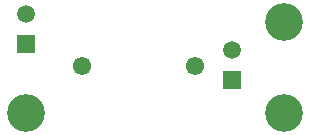
<source format=gbl>
G04 Layer_Physical_Order=2*
G04 Layer_Color=16711680*
%FSAX25Y25*%
%MOIN*%
G70*
G01*
G75*
%ADD10C,0.12598*%
%ADD11R,0.05906X0.05906*%
%ADD12C,0.05906*%
%ADD13C,0.06102*%
D10*
X0289854Y0273248D02*
D03*
X0375878D02*
D03*
Y0303563D02*
D03*
D11*
X0358555Y0284311D02*
D03*
X0289854Y0296083D02*
D03*
D12*
X0358555Y0294311D02*
D03*
X0289854Y0306083D02*
D03*
D13*
X0308309Y0288799D02*
D03*
X0346203Y0288996D02*
D03*
M02*

</source>
